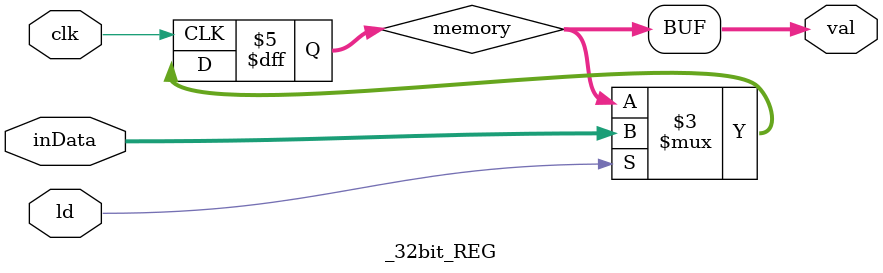
<source format=v>
module _32bit_REG(val, inData, ld, clk);
input [31:0] inData;
input ld, clk;
output [31:0] val;

reg [31:0] memory;

initial begin
memory = 32'b0;
end

always @(posedge clk)
begin
if(ld)
	memory <= inData;
end

assign val = memory;


endmodule
</source>
